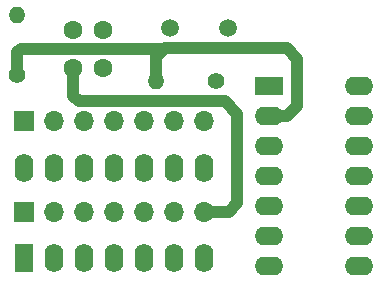
<source format=gbr>
%TF.GenerationSoftware,KiCad,Pcbnew,7.0.9+1*%
%TF.CreationDate,2023-12-23T17:09:25+01:00*%
%TF.ProjectId,PCB_external_oscillator,5043425f-6578-4746-9572-6e616c5f6f73,rev?*%
%TF.SameCoordinates,Original*%
%TF.FileFunction,Copper,L2,Bot*%
%TF.FilePolarity,Positive*%
%FSLAX46Y46*%
G04 Gerber Fmt 4.6, Leading zero omitted, Abs format (unit mm)*
G04 Created by KiCad (PCBNEW 7.0.9+1) date 2023-12-23 17:09:25*
%MOMM*%
%LPD*%
G01*
G04 APERTURE LIST*
%TA.AperFunction,ComponentPad*%
%ADD10O,1.700000X1.700000*%
%TD*%
%TA.AperFunction,ComponentPad*%
%ADD11R,1.700000X1.700000*%
%TD*%
%TA.AperFunction,ComponentPad*%
%ADD12C,1.500000*%
%TD*%
%TA.AperFunction,ComponentPad*%
%ADD13O,1.600000X2.400000*%
%TD*%
%TA.AperFunction,ComponentPad*%
%ADD14R,1.600000X2.400000*%
%TD*%
%TA.AperFunction,ComponentPad*%
%ADD15C,1.600000*%
%TD*%
%TA.AperFunction,ComponentPad*%
%ADD16C,1.400000*%
%TD*%
%TA.AperFunction,ComponentPad*%
%ADD17O,1.400000X1.400000*%
%TD*%
%TA.AperFunction,ComponentPad*%
%ADD18O,2.400000X1.600000*%
%TD*%
%TA.AperFunction,ComponentPad*%
%ADD19R,2.400000X1.600000*%
%TD*%
%TA.AperFunction,Conductor*%
%ADD20C,1.000000*%
%TD*%
G04 APERTURE END LIST*
D10*
%TO.P,J2,7*%
%TO.N,GND*%
X53975000Y-46177200D03*
%TO.P,J2,6*%
%TO.N,unconnected-(U2-Pad6)*%
X51435000Y-46177200D03*
%TO.P,J2,5*%
%TO.N,unconnected-(U2-Pad5)*%
X48895000Y-46177200D03*
%TO.P,J2,4*%
%TO.N,unconnected-(U2-Pad4)*%
X46355000Y-46177200D03*
%TO.P,J2,3*%
%TO.N,unconnected-(U2-Pad3)*%
X43815000Y-46177200D03*
%TO.P,J2,2*%
%TO.N,unconnected-(U2-Pad2)*%
X41275000Y-46177200D03*
D11*
%TO.P,J2,1*%
%TO.N,unconnected-(U2-Pad1)*%
X38735000Y-46177200D03*
%TD*%
D10*
%TO.P,J1,7*%
%TO.N,CLK*%
X53949600Y-38481000D03*
%TO.P,J1,6*%
%TO.N,unconnected-(U2-Pad9)*%
X51409600Y-38481000D03*
%TO.P,J1,5*%
%TO.N,unconnected-(U2-Pad10)*%
X48869600Y-38481000D03*
%TO.P,J1,4*%
%TO.N,unconnected-(U2-Pad11)*%
X46329600Y-38481000D03*
%TO.P,J1,3*%
%TO.N,unconnected-(U2-Pad12)*%
X43789600Y-38481000D03*
%TO.P,J1,2*%
%TO.N,unconnected-(U2-Pad13)*%
X41249600Y-38481000D03*
D11*
%TO.P,J1,1*%
%TO.N,+5V*%
X38709600Y-38481000D03*
%TD*%
D12*
%TO.P,Y1,1,1*%
%TO.N,Net-(C1-Pad1)*%
X55935000Y-30665200D03*
%TO.P,Y1,2,2*%
%TO.N,Net-(C2-Pad1)*%
X51055000Y-30665200D03*
%TD*%
D13*
%TO.P,74LS86,14*%
%TO.N,+5V*%
X38727600Y-42450800D03*
%TO.P,74LS86,13*%
%TO.N,unconnected-(U2-Pad13)*%
X41267600Y-42450800D03*
%TO.P,74LS86,12*%
%TO.N,unconnected-(U2-Pad12)*%
X43807600Y-42450800D03*
%TO.P,74LS86,11*%
%TO.N,unconnected-(U2-Pad11)*%
X46347600Y-42450800D03*
%TO.P,74LS86,10*%
%TO.N,unconnected-(U2-Pad10)*%
X48887600Y-42450800D03*
%TO.P,74LS86,9*%
%TO.N,unconnected-(U2-Pad9)*%
X51427600Y-42450800D03*
%TO.P,74LS86,8*%
%TO.N,unconnected-(U2-Pad8)*%
X53967600Y-42450800D03*
%TO.P,74LS86,7*%
%TO.N,GND*%
X53967600Y-50070800D03*
%TO.P,74LS86,6*%
%TO.N,unconnected-(U2-Pad6)*%
X51427600Y-50070800D03*
%TO.P,74LS86,5*%
%TO.N,unconnected-(U2-Pad5)*%
X48887600Y-50070800D03*
%TO.P,74LS86,4*%
%TO.N,unconnected-(U2-Pad4)*%
X46347600Y-50070800D03*
%TO.P,74LS86,3*%
%TO.N,unconnected-(U2-Pad3)*%
X43807600Y-50070800D03*
%TO.P,74LS86,2*%
%TO.N,unconnected-(U2-Pad2)*%
X41267600Y-50070800D03*
D14*
%TO.P,74LS86,1*%
%TO.N,unconnected-(U2-Pad1)*%
X38727600Y-50070800D03*
%TD*%
D15*
%TO.P,C1,1*%
%TO.N,Net-(C1-Pad1)*%
X45357000Y-33992600D03*
%TO.P,C1,2*%
%TO.N,GND*%
X42857000Y-33992600D03*
%TD*%
D16*
%TO.P,R1,1*%
%TO.N,Net-(C1-Pad1)*%
X54940200Y-35102800D03*
D17*
%TO.P,R1,2*%
%TO.N,Net-(R1-Pad2)*%
X49860200Y-35102800D03*
%TD*%
D18*
%TO.P,U1,14,VCC*%
%TO.N,+5V*%
X67056000Y-35534600D03*
%TO.P,U1,13*%
%TO.N,unconnected-(U1-Pad13)*%
X67056000Y-38074600D03*
%TO.P,U1,12*%
%TO.N,unconnected-(U1-Pad12)*%
X67056000Y-40614600D03*
%TO.P,U1,11*%
%TO.N,unconnected-(U1-Pad11)*%
X67056000Y-43154600D03*
%TO.P,U1,10*%
%TO.N,unconnected-(U1-Pad10)*%
X67056000Y-45694600D03*
%TO.P,U1,9*%
%TO.N,unconnected-(U1-Pad9)*%
X67056000Y-48234600D03*
%TO.P,U1,8*%
%TO.N,unconnected-(U1-Pad8)*%
X67056000Y-50774600D03*
%TO.P,U1,7,GND*%
%TO.N,GND*%
X59436000Y-50774600D03*
%TO.P,U1,6*%
%TO.N,unconnected-(U1-Pad6)*%
X59436000Y-48234600D03*
%TO.P,U1,5*%
%TO.N,unconnected-(U1-Pad5)*%
X59436000Y-45694600D03*
%TO.P,U1,4*%
%TO.N,CLK*%
X59436000Y-43154600D03*
%TO.P,U1,3*%
%TO.N,Net-(R1-Pad2)*%
X59436000Y-40614600D03*
%TO.P,U1,2*%
X59436000Y-38074600D03*
D19*
%TO.P,U1,1*%
%TO.N,Net-(C1-Pad1)*%
X59436000Y-35534600D03*
%TD*%
D16*
%TO.P,R2,1*%
%TO.N,Net-(R1-Pad2)*%
X38143400Y-34627600D03*
D17*
%TO.P,R2,2*%
%TO.N,Net-(C2-Pad1)*%
X38143400Y-29547600D03*
%TD*%
D15*
%TO.P,C2,1*%
%TO.N,Net-(C2-Pad1)*%
X42869800Y-30835600D03*
%TO.P,C2,2*%
%TO.N,GND*%
X45369800Y-30835600D03*
%TD*%
D20*
%TO.N,Net-(R1-Pad2)*%
X49530000Y-32385000D02*
X50596800Y-32385000D01*
X50596800Y-32385000D02*
X50647600Y-32334200D01*
X49860200Y-35102800D02*
X49860200Y-33121600D01*
X49860200Y-33121600D02*
X50647600Y-32334200D01*
X50647600Y-32334200D02*
X60934600Y-32334200D01*
X60934600Y-32334200D02*
X61823600Y-33223200D01*
X61823600Y-33223200D02*
X61823600Y-37261800D01*
X61010800Y-38074600D02*
X59436000Y-38074600D01*
X61823600Y-37261800D02*
X61010800Y-38074600D01*
X49530000Y-32385000D02*
X49860200Y-32715200D01*
X49860200Y-32715200D02*
X49860200Y-35102800D01*
X38455600Y-32385000D02*
X38143400Y-32697200D01*
X38143400Y-32697200D02*
X38143400Y-34627600D01*
X38455600Y-32385000D02*
X49530000Y-32385000D01*
%TO.N,GND*%
X42857000Y-33992600D02*
X42857000Y-36354600D01*
X42857000Y-36354600D02*
X43357800Y-36855400D01*
X43357800Y-36855400D02*
X55702200Y-36855400D01*
X55702200Y-36855400D02*
X56743600Y-37896800D01*
X56743600Y-37896800D02*
X56743600Y-45466000D01*
X56743600Y-45466000D02*
X56032400Y-46177200D01*
X56032400Y-46177200D02*
X53975000Y-46177200D01*
%TD*%
M02*

</source>
